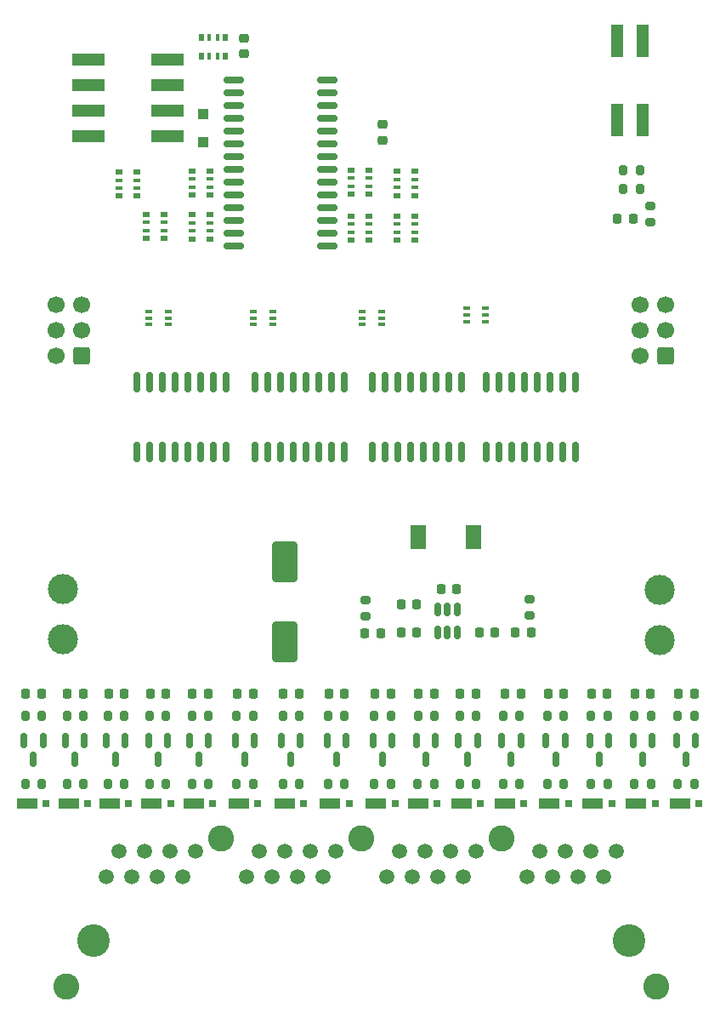
<source format=gts>
%TF.GenerationSoftware,KiCad,Pcbnew,(6.0.9)*%
%TF.CreationDate,2023-11-09T20:34:28+05:30*%
%TF.ProjectId,Modular-I2C-4PxRJ45-Relay-Driver,4d6f6475-6c61-4722-9d49-32432d345078,2*%
%TF.SameCoordinates,Original*%
%TF.FileFunction,Soldermask,Top*%
%TF.FilePolarity,Negative*%
%FSLAX46Y46*%
G04 Gerber Fmt 4.6, Leading zero omitted, Abs format (unit mm)*
G04 Created by KiCad (PCBNEW (6.0.9)) date 2023-11-09 20:34:28*
%MOMM*%
%LPD*%
G01*
G04 APERTURE LIST*
G04 Aperture macros list*
%AMRoundRect*
0 Rectangle with rounded corners*
0 $1 Rounding radius*
0 $2 $3 $4 $5 $6 $7 $8 $9 X,Y pos of 4 corners*
0 Add a 4 corners polygon primitive as box body*
4,1,4,$2,$3,$4,$5,$6,$7,$8,$9,$2,$3,0*
0 Add four circle primitives for the rounded corners*
1,1,$1+$1,$2,$3*
1,1,$1+$1,$4,$5*
1,1,$1+$1,$6,$7*
1,1,$1+$1,$8,$9*
0 Add four rect primitives between the rounded corners*
20,1,$1+$1,$2,$3,$4,$5,0*
20,1,$1+$1,$4,$5,$6,$7,0*
20,1,$1+$1,$6,$7,$8,$9,0*
20,1,$1+$1,$8,$9,$2,$3,0*%
G04 Aperture macros list end*
%ADD10RoundRect,0.250000X0.600000X0.600000X-0.600000X0.600000X-0.600000X-0.600000X0.600000X-0.600000X0*%
%ADD11C,1.700000*%
%ADD12RoundRect,0.218750X0.218750X0.256250X-0.218750X0.256250X-0.218750X-0.256250X0.218750X-0.256250X0*%
%ADD13RoundRect,0.200000X-0.200000X-0.275000X0.200000X-0.275000X0.200000X0.275000X-0.200000X0.275000X0*%
%ADD14R,2.000000X1.100000*%
%ADD15R,0.800000X0.800000*%
%ADD16RoundRect,0.150000X-0.150000X0.837500X-0.150000X-0.837500X0.150000X-0.837500X0.150000X0.837500X0*%
%ADD17R,0.650000X0.400000*%
%ADD18RoundRect,0.150000X-0.150000X0.587500X-0.150000X-0.587500X0.150000X-0.587500X0.150000X0.587500X0*%
%ADD19C,3.000000*%
%ADD20R,0.800000X0.500000*%
%ADD21R,0.800000X0.400000*%
%ADD22RoundRect,0.200000X-0.275000X0.200000X-0.275000X-0.200000X0.275000X-0.200000X0.275000X0.200000X0*%
%ADD23RoundRect,0.218750X-0.218750X-0.256250X0.218750X-0.256250X0.218750X0.256250X-0.218750X0.256250X0*%
%ADD24RoundRect,0.225000X0.250000X-0.225000X0.250000X0.225000X-0.250000X0.225000X-0.250000X-0.225000X0*%
%ADD25R,0.500000X0.800000*%
%ADD26R,0.400000X0.800000*%
%ADD27RoundRect,0.225000X0.225000X0.250000X-0.225000X0.250000X-0.225000X-0.250000X0.225000X-0.250000X0*%
%ADD28RoundRect,0.200000X0.200000X0.275000X-0.200000X0.275000X-0.200000X-0.275000X0.200000X-0.275000X0*%
%ADD29RoundRect,0.150000X0.150000X-0.512500X0.150000X0.512500X-0.150000X0.512500X-0.150000X-0.512500X0*%
%ADD30RoundRect,0.225000X-0.225000X-0.250000X0.225000X-0.250000X0.225000X0.250000X-0.225000X0.250000X0*%
%ADD31R,1.500000X2.400000*%
%ADD32RoundRect,0.250000X1.000000X-1.750000X1.000000X1.750000X-1.000000X1.750000X-1.000000X-1.750000X0*%
%ADD33RoundRect,0.150000X0.875000X0.150000X-0.875000X0.150000X-0.875000X-0.150000X0.875000X-0.150000X0*%
%ADD34R,1.200000X3.300000*%
%ADD35R,3.300000X1.200000*%
%ADD36RoundRect,0.200000X0.275000X-0.200000X0.275000X0.200000X-0.275000X0.200000X-0.275000X-0.200000X0*%
%ADD37R,1.100000X1.100000*%
%ADD38C,3.250000*%
%ADD39C,1.500000*%
%ADD40C,2.600000*%
%ADD41RoundRect,0.225000X-0.250000X0.225000X-0.250000X-0.225000X0.250000X-0.225000X0.250000X0.225000X0*%
G04 APERTURE END LIST*
D10*
%TO.C,J1*%
X179933600Y-54864000D03*
D11*
X177393600Y-54864000D03*
X179933600Y-52324000D03*
X177393600Y-52324000D03*
X179933600Y-49784000D03*
X177393600Y-49784000D03*
%TD*%
D12*
%TO.C,LED56*%
X138836500Y-88519000D03*
X137261500Y-88519000D03*
%TD*%
D13*
%TO.C,TH59*%
X150893000Y-97468400D03*
X152543000Y-97468400D03*
%TD*%
D14*
%TO.C,D57*%
X141982150Y-99441000D03*
D15*
X143882150Y-99441000D03*
%TD*%
D14*
%TO.C,D61*%
X159607000Y-99441000D03*
D15*
X161507000Y-99441000D03*
%TD*%
D16*
%TO.C,U5*%
X159639000Y-57497500D03*
X158369000Y-57497500D03*
X157099000Y-57497500D03*
X155829000Y-57497500D03*
X154559000Y-57497500D03*
X153289000Y-57497500D03*
X152019000Y-57497500D03*
X150749000Y-57497500D03*
X150749000Y-64422500D03*
X152019000Y-64422500D03*
X153289000Y-64422500D03*
X154559000Y-64422500D03*
X155829000Y-64422500D03*
X157099000Y-64422500D03*
X158369000Y-64422500D03*
X159639000Y-64422500D03*
%TD*%
D12*
%TO.C,LED66*%
X182767300Y-88519000D03*
X181192300Y-88519000D03*
%TD*%
D17*
%TO.C,D8*%
X128463000Y-50473800D03*
X128463000Y-51123800D03*
X128463000Y-51773800D03*
X130363000Y-51773800D03*
X130363000Y-51123800D03*
X130363000Y-50473800D03*
%TD*%
D16*
%TO.C,U4*%
X147955000Y-57497500D03*
X146685000Y-57497500D03*
X145415000Y-57497500D03*
X144145000Y-57497500D03*
X142875000Y-57497500D03*
X141605000Y-57497500D03*
X140335000Y-57497500D03*
X139065000Y-57497500D03*
X139065000Y-64422500D03*
X140335000Y-64422500D03*
X141605000Y-64422500D03*
X142875000Y-64422500D03*
X144145000Y-64422500D03*
X145415000Y-64422500D03*
X146685000Y-64422500D03*
X147955000Y-64422500D03*
%TD*%
D14*
%TO.C,D63*%
X168339300Y-99441000D03*
D15*
X170239300Y-99441000D03*
%TD*%
D12*
%TO.C,LED60*%
X156881800Y-88519000D03*
X155306800Y-88519000D03*
%TD*%
%TO.C,D3*%
X166547900Y-82397600D03*
X164972900Y-82397600D03*
%TD*%
D13*
%TO.C,R58*%
X146313500Y-90721700D03*
X147963500Y-90721700D03*
%TD*%
D18*
%TO.C,Q54*%
X130308500Y-93169500D03*
X128408500Y-93169500D03*
X129358500Y-95044500D03*
%TD*%
D17*
%TO.C,D7*%
X160086000Y-50150000D03*
X160086000Y-50800000D03*
X160086000Y-51450000D03*
X161986000Y-51450000D03*
X161986000Y-50800000D03*
X161986000Y-50150000D03*
%TD*%
D13*
%TO.C,TH54*%
X128533500Y-97468400D03*
X130183500Y-97468400D03*
%TD*%
D12*
%TO.C,LED55*%
X134357000Y-88519000D03*
X132782000Y-88519000D03*
%TD*%
D13*
%TO.C,TH61*%
X159409500Y-97468400D03*
X161059500Y-97468400D03*
%TD*%
D12*
%TO.C,LED58*%
X147946000Y-88519000D03*
X146371000Y-88519000D03*
%TD*%
D13*
%TO.C,R61*%
X159417000Y-90721700D03*
X161067000Y-90721700D03*
%TD*%
D18*
%TO.C,Q53*%
X126117500Y-93155262D03*
X124217500Y-93155262D03*
X125167500Y-95030262D03*
%TD*%
%TO.C,Q63*%
X169916800Y-93169500D03*
X168016800Y-93169500D03*
X168966800Y-95044500D03*
%TD*%
D12*
%TO.C,LED63*%
X169781800Y-88519000D03*
X168206800Y-88519000D03*
%TD*%
%TO.C,LED65*%
X178441000Y-88519000D03*
X176866000Y-88519000D03*
%TD*%
D19*
%TO.C,J4*%
X179367900Y-83133800D03*
X179367900Y-78135800D03*
%TD*%
D10*
%TO.C,J2*%
X121793000Y-54864000D03*
D11*
X119253000Y-54864000D03*
X121793000Y-52324000D03*
X119253000Y-52324000D03*
X121793000Y-49784000D03*
X119253000Y-49784000D03*
%TD*%
D20*
%TO.C,RN9*%
X128182800Y-40811600D03*
D21*
X128182800Y-41611600D03*
X128182800Y-42411600D03*
D20*
X128182800Y-43211600D03*
X129982800Y-43211600D03*
D21*
X129982800Y-42411600D03*
X129982800Y-41611600D03*
D20*
X129982800Y-40811600D03*
%TD*%
D22*
%TO.C,R5*%
X166420800Y-79083400D03*
X166420800Y-80733400D03*
%TD*%
D23*
%TO.C,D2*%
X149986900Y-82448400D03*
X151561900Y-82448400D03*
%TD*%
D24*
%TO.C,C1*%
X137922000Y-24847800D03*
X137922000Y-23297800D03*
%TD*%
D25*
%TO.C,RN1*%
X136074000Y-23230000D03*
D26*
X135274000Y-23230000D03*
X134474000Y-23230000D03*
D25*
X133674000Y-23230000D03*
X133674000Y-25030000D03*
D26*
X134474000Y-25030000D03*
X135274000Y-25030000D03*
D25*
X136074000Y-25030000D03*
%TD*%
D14*
%TO.C,D64*%
X172680500Y-99441000D03*
D15*
X174580500Y-99441000D03*
%TD*%
D27*
%TO.C,C9*%
X162928600Y-82397600D03*
X161378600Y-82397600D03*
%TD*%
D28*
%TO.C,R4*%
X177348350Y-36396300D03*
X175698350Y-36396300D03*
%TD*%
D13*
%TO.C,R60*%
X155249300Y-90721700D03*
X156899300Y-90721700D03*
%TD*%
D12*
%TO.C,LED57*%
X143408500Y-88519000D03*
X141833500Y-88519000D03*
%TD*%
D20*
%TO.C,RN7*%
X125490400Y-36595200D03*
D21*
X125490400Y-37395200D03*
X125490400Y-38195200D03*
D20*
X125490400Y-38995200D03*
X127290400Y-38995200D03*
D21*
X127290400Y-38195200D03*
X127290400Y-37395200D03*
D20*
X127290400Y-36595200D03*
%TD*%
D29*
%TO.C,U2*%
X157241200Y-82404500D03*
X158191200Y-82404500D03*
X159141200Y-82404500D03*
X159141200Y-80129500D03*
X158191200Y-80129500D03*
X157241200Y-80129500D03*
%TD*%
D14*
%TO.C,D53*%
X124540000Y-99441000D03*
D15*
X126440000Y-99441000D03*
%TD*%
D13*
%TO.C,TH60*%
X155241800Y-97468400D03*
X156891800Y-97468400D03*
%TD*%
D30*
%TO.C,C7*%
X153606200Y-79616000D03*
X155156200Y-79616000D03*
%TD*%
%TO.C,C8*%
X153593200Y-82410000D03*
X155143200Y-82410000D03*
%TD*%
D13*
%TO.C,R53*%
X124342500Y-90721700D03*
X125992500Y-90721700D03*
%TD*%
D17*
%TO.C,D6*%
X149731350Y-50458800D03*
X149731350Y-51108800D03*
X149731350Y-51758800D03*
X151631350Y-51758800D03*
X151631350Y-51108800D03*
X151631350Y-50458800D03*
%TD*%
D13*
%TO.C,TH56*%
X137210500Y-97468400D03*
X138860500Y-97468400D03*
%TD*%
D12*
%TO.C,LED53*%
X126009500Y-88519000D03*
X124434500Y-88519000D03*
%TD*%
D20*
%TO.C,RN16*%
X132754800Y-36502800D03*
D21*
X132754800Y-37302800D03*
X132754800Y-38102800D03*
D20*
X132754800Y-38902800D03*
X134554800Y-38902800D03*
D21*
X134554800Y-38102800D03*
X134554800Y-37302800D03*
D20*
X134554800Y-36502800D03*
%TD*%
D16*
%TO.C,U3*%
X136144000Y-57497500D03*
X134874000Y-57497500D03*
X133604000Y-57497500D03*
X132334000Y-57497500D03*
X131064000Y-57497500D03*
X129794000Y-57497500D03*
X128524000Y-57497500D03*
X127254000Y-57497500D03*
X127254000Y-64422500D03*
X128524000Y-64422500D03*
X129794000Y-64422500D03*
X131064000Y-64422500D03*
X132334000Y-64422500D03*
X133604000Y-64422500D03*
X134874000Y-64422500D03*
X136144000Y-64422500D03*
%TD*%
D18*
%TO.C,Q58*%
X148088500Y-93169500D03*
X146188500Y-93169500D03*
X147138500Y-95044500D03*
%TD*%
D13*
%TO.C,R51*%
X116142000Y-90721700D03*
X117792000Y-90721700D03*
%TD*%
%TO.C,TH53*%
X124342500Y-97468400D03*
X125992500Y-97468400D03*
%TD*%
D12*
%TO.C,LED61*%
X161049500Y-88519000D03*
X159474500Y-88519000D03*
%TD*%
%TO.C,LED64*%
X174123000Y-88519000D03*
X172548000Y-88519000D03*
%TD*%
D31*
%TO.C,L1*%
X160801200Y-72885000D03*
X155301200Y-72885000D03*
%TD*%
D13*
%TO.C,R54*%
X128533500Y-90721700D03*
X130183500Y-90721700D03*
%TD*%
%TO.C,TH57*%
X141784650Y-97468400D03*
X143434650Y-97468400D03*
%TD*%
D14*
%TO.C,D55*%
X132922000Y-99441000D03*
D15*
X134822000Y-99441000D03*
%TD*%
D12*
%TO.C,LED52*%
X121911000Y-88519000D03*
X120336000Y-88519000D03*
%TD*%
D13*
%TO.C,R65*%
X176808500Y-90721700D03*
X178458500Y-90721700D03*
%TD*%
%TO.C,TH66*%
X181127300Y-97468400D03*
X182777300Y-97468400D03*
%TD*%
D32*
%TO.C,C5*%
X141986000Y-83349600D03*
X141986000Y-75349600D03*
%TD*%
D20*
%TO.C,RN15*%
X150379000Y-38792000D03*
D21*
X150379000Y-37992000D03*
X150379000Y-37192000D03*
D20*
X150379000Y-36392000D03*
X148579000Y-36392000D03*
D21*
X148579000Y-37192000D03*
X148579000Y-37992000D03*
D20*
X148579000Y-38792000D03*
%TD*%
D13*
%TO.C,TH55*%
X132724500Y-97468400D03*
X134374500Y-97468400D03*
%TD*%
%TO.C,TH58*%
X146313500Y-97468400D03*
X147963500Y-97468400D03*
%TD*%
%TO.C,R56*%
X137210500Y-90721700D03*
X138860500Y-90721700D03*
%TD*%
D28*
%TO.C,R3*%
X177348350Y-38301300D03*
X175698350Y-38301300D03*
%TD*%
D12*
%TO.C,LED59*%
X152552500Y-88519000D03*
X150977500Y-88519000D03*
%TD*%
D18*
%TO.C,Q65*%
X178576000Y-93169500D03*
X176676000Y-93169500D03*
X177626000Y-95044500D03*
%TD*%
D12*
%TO.C,LED51*%
X117774500Y-88519000D03*
X116199500Y-88519000D03*
%TD*%
%TO.C,D4*%
X176682500Y-41275000D03*
X175107500Y-41275000D03*
%TD*%
D13*
%TO.C,TH62*%
X163720000Y-97468400D03*
X165370000Y-97468400D03*
%TD*%
%TO.C,TH63*%
X168141800Y-97468400D03*
X169791800Y-97468400D03*
%TD*%
%TO.C,R64*%
X172490500Y-90721700D03*
X174140500Y-90721700D03*
%TD*%
D14*
%TO.C,D58*%
X146511000Y-99441000D03*
D15*
X148411000Y-99441000D03*
%TD*%
D13*
%TO.C,R62*%
X163727500Y-90721700D03*
X165377500Y-90721700D03*
%TD*%
D20*
%TO.C,RN5*%
X154976400Y-38944400D03*
D21*
X154976400Y-38144400D03*
X154976400Y-37344400D03*
D20*
X154976400Y-36544400D03*
X153176400Y-36544400D03*
D21*
X153176400Y-37344400D03*
X153176400Y-38144400D03*
D20*
X153176400Y-38944400D03*
%TD*%
D14*
%TO.C,D65*%
X176998500Y-99441000D03*
D15*
X178898500Y-99441000D03*
%TD*%
D14*
%TO.C,D60*%
X155290500Y-99441000D03*
D15*
X157190500Y-99441000D03*
%TD*%
D18*
%TO.C,Q57*%
X143559650Y-93169500D03*
X141659650Y-93169500D03*
X142609650Y-95044500D03*
%TD*%
D14*
%TO.C,D52*%
X120476000Y-99441000D03*
D15*
X122376000Y-99441000D03*
%TD*%
D13*
%TO.C,R66*%
X181134800Y-90721700D03*
X182784800Y-90721700D03*
%TD*%
D18*
%TO.C,Q61*%
X161184500Y-93169500D03*
X159284500Y-93169500D03*
X160234500Y-95044500D03*
%TD*%
D33*
%TO.C,U1*%
X146255000Y-43942000D03*
X146255000Y-42672000D03*
X146255000Y-41402000D03*
X146255000Y-40132000D03*
X146255000Y-38862000D03*
X146255000Y-37592000D03*
X146255000Y-36322000D03*
X146255000Y-35052000D03*
X146255000Y-33782000D03*
X146255000Y-32512000D03*
X146255000Y-31242000D03*
X146255000Y-29972000D03*
X146255000Y-28702000D03*
X146255000Y-27432000D03*
X136955000Y-27432000D03*
X136955000Y-28702000D03*
X136955000Y-29972000D03*
X136955000Y-31242000D03*
X136955000Y-32512000D03*
X136955000Y-33782000D03*
X136955000Y-35052000D03*
X136955000Y-36322000D03*
X136955000Y-37592000D03*
X136955000Y-38862000D03*
X136955000Y-40132000D03*
X136955000Y-41402000D03*
X136955000Y-42672000D03*
X136955000Y-43942000D03*
%TD*%
D14*
%TO.C,D54*%
X128731000Y-99441000D03*
D15*
X130631000Y-99441000D03*
%TD*%
D13*
%TO.C,R57*%
X141784650Y-90721700D03*
X143434650Y-90721700D03*
%TD*%
%TO.C,R59*%
X150900500Y-90721700D03*
X152550500Y-90721700D03*
%TD*%
D18*
%TO.C,Q60*%
X157016800Y-93169500D03*
X155116800Y-93169500D03*
X156066800Y-95044500D03*
%TD*%
D20*
%TO.C,RN3*%
X154976400Y-43364000D03*
D21*
X154976400Y-42564000D03*
X154976400Y-41764000D03*
D20*
X154976400Y-40964000D03*
X153176400Y-40964000D03*
D21*
X153176400Y-41764000D03*
X153176400Y-42564000D03*
D20*
X153176400Y-43364000D03*
%TD*%
%TO.C,RN11*%
X150379000Y-43364000D03*
D21*
X150379000Y-42564000D03*
X150379000Y-41764000D03*
D20*
X150379000Y-40964000D03*
X148579000Y-40964000D03*
D21*
X148579000Y-41764000D03*
X148579000Y-42564000D03*
D20*
X148579000Y-43364000D03*
%TD*%
D18*
%TO.C,Q52*%
X122053500Y-93169500D03*
X120153500Y-93169500D03*
X121103500Y-95044500D03*
%TD*%
%TO.C,Q59*%
X152668000Y-93169500D03*
X150768000Y-93169500D03*
X151718000Y-95044500D03*
%TD*%
%TO.C,Q56*%
X138985500Y-93169500D03*
X137085500Y-93169500D03*
X138035500Y-95044500D03*
%TD*%
D13*
%TO.C,R55*%
X132724500Y-90721700D03*
X134374500Y-90721700D03*
%TD*%
%TO.C,TH51*%
X116142000Y-97468400D03*
X117792000Y-97468400D03*
%TD*%
D19*
%TO.C,J3*%
X119938800Y-78069800D03*
X119938800Y-83067800D03*
%TD*%
D13*
%TO.C,R52*%
X120278500Y-90721700D03*
X121928500Y-90721700D03*
%TD*%
D34*
%TO.C,SW5*%
X175133000Y-31456300D03*
X177673000Y-31456300D03*
X177673000Y-23556300D03*
X175133000Y-23556300D03*
%TD*%
D16*
%TO.C,U6*%
X170942000Y-57497500D03*
X169672000Y-57497500D03*
X168402000Y-57497500D03*
X167132000Y-57497500D03*
X165862000Y-57497500D03*
X164592000Y-57497500D03*
X163322000Y-57497500D03*
X162052000Y-57497500D03*
X162052000Y-64422500D03*
X163322000Y-64422500D03*
X164592000Y-64422500D03*
X165862000Y-64422500D03*
X167132000Y-64422500D03*
X168402000Y-64422500D03*
X169672000Y-64422500D03*
X170942000Y-64422500D03*
%TD*%
D20*
%TO.C,RN12*%
X132754800Y-40862400D03*
D21*
X132754800Y-41662400D03*
X132754800Y-42462400D03*
D20*
X132754800Y-43262400D03*
X134554800Y-43262400D03*
D21*
X134554800Y-42462400D03*
X134554800Y-41662400D03*
D20*
X134554800Y-40862400D03*
%TD*%
D18*
%TO.C,Q62*%
X165495000Y-93169500D03*
X163595000Y-93169500D03*
X164545000Y-95044500D03*
%TD*%
D35*
%TO.C,SW1*%
X122415000Y-25400000D03*
X122415000Y-27940000D03*
X122415000Y-30480000D03*
X122415000Y-33020000D03*
X130315000Y-33020000D03*
X130315000Y-30480000D03*
X130315000Y-27940000D03*
X130315000Y-25400000D03*
%TD*%
D14*
%TO.C,D59*%
X151090500Y-99441000D03*
D15*
X152990500Y-99441000D03*
%TD*%
D14*
%TO.C,D56*%
X137408000Y-99441000D03*
D15*
X139308000Y-99441000D03*
%TD*%
D27*
%TO.C,C6*%
X159093200Y-78092000D03*
X157543200Y-78092000D03*
%TD*%
D18*
%TO.C,Q55*%
X134372500Y-93169500D03*
X132472500Y-93169500D03*
X133422500Y-95044500D03*
%TD*%
D36*
%TO.C,R6*%
X178435000Y-41592000D03*
X178435000Y-39942000D03*
%TD*%
D13*
%TO.C,R63*%
X168149300Y-90721700D03*
X169799300Y-90721700D03*
%TD*%
D12*
%TO.C,LED62*%
X165506500Y-88519000D03*
X163931500Y-88519000D03*
%TD*%
D18*
%TO.C,Q51*%
X117917000Y-93169500D03*
X116017000Y-93169500D03*
X116967000Y-95044500D03*
%TD*%
D37*
%TO.C,D1*%
X133858000Y-33658000D03*
X133858000Y-30858000D03*
%TD*%
D38*
%TO.C,RJ45-1*%
X122936000Y-113042500D03*
X176276000Y-113042500D03*
D39*
X124206000Y-106692500D03*
X125476000Y-104152500D03*
X126746000Y-106692500D03*
X128016000Y-104152500D03*
X129286000Y-106692500D03*
X130556000Y-104152500D03*
X131826000Y-106692500D03*
X133096000Y-104152500D03*
X138176000Y-106692500D03*
X139446000Y-104152500D03*
X140716000Y-106692500D03*
X141986000Y-104152500D03*
X143256000Y-106692500D03*
X144526000Y-104152500D03*
X145796000Y-106692500D03*
X147066000Y-104152500D03*
X152146000Y-106692500D03*
X153416000Y-104152500D03*
X154686000Y-106692500D03*
X155956000Y-104152500D03*
X157226000Y-106692500D03*
X158496000Y-104152500D03*
X159766000Y-106692500D03*
X161036000Y-104152500D03*
X166116000Y-106692500D03*
X167386000Y-104152500D03*
X168656000Y-106692500D03*
X169926000Y-104152500D03*
X171196000Y-106692500D03*
X172466000Y-104152500D03*
X173736000Y-106692500D03*
X175006000Y-104152500D03*
D40*
X163576000Y-102882500D03*
X179006000Y-117612500D03*
X120206000Y-117612500D03*
X149606000Y-102882500D03*
X135636000Y-102882500D03*
%TD*%
D41*
%TO.C,C3*%
X151765000Y-31864000D03*
X151765000Y-33414000D03*
%TD*%
D12*
%TO.C,LED54*%
X130166000Y-88519000D03*
X128591000Y-88519000D03*
%TD*%
D22*
%TO.C,R1*%
X150063200Y-79134200D03*
X150063200Y-80784200D03*
%TD*%
D13*
%TO.C,TH65*%
X176801000Y-97468400D03*
X178451000Y-97468400D03*
%TD*%
D18*
%TO.C,Q66*%
X182902300Y-93169500D03*
X181002300Y-93169500D03*
X181952300Y-95044500D03*
%TD*%
D14*
%TO.C,D51*%
X116339500Y-99441000D03*
D15*
X118239500Y-99441000D03*
%TD*%
D13*
%TO.C,TH52*%
X120278500Y-97468400D03*
X121928500Y-97468400D03*
%TD*%
%TO.C,TH64*%
X172483000Y-97468400D03*
X174133000Y-97468400D03*
%TD*%
D14*
%TO.C,D66*%
X181324800Y-99441000D03*
D15*
X183224800Y-99441000D03*
%TD*%
D14*
%TO.C,D62*%
X163917500Y-99441000D03*
D15*
X165817500Y-99441000D03*
%TD*%
D17*
%TO.C,D5*%
X138870350Y-50473800D03*
X138870350Y-51123800D03*
X138870350Y-51773800D03*
X140770350Y-51773800D03*
X140770350Y-51123800D03*
X140770350Y-50473800D03*
%TD*%
D18*
%TO.C,Q64*%
X174258000Y-93169500D03*
X172358000Y-93169500D03*
X173308000Y-95044500D03*
%TD*%
M02*

</source>
